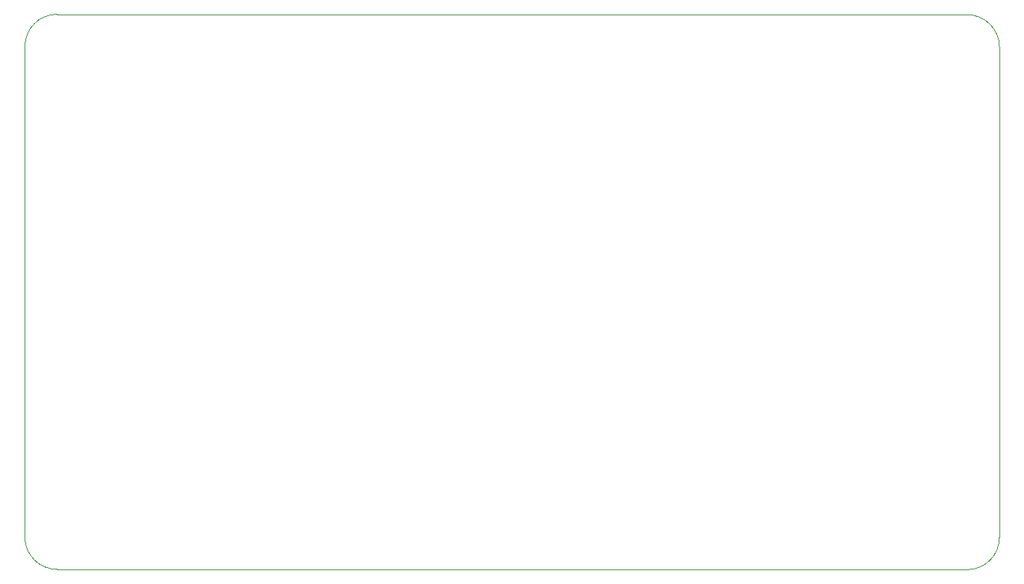
<source format=gm1>
G04 #@! TF.GenerationSoftware,KiCad,Pcbnew,5.1.12-84ad8e8a86~92~ubuntu20.04.1*
G04 #@! TF.CreationDate,2021-11-07T22:28:23+01:00*
G04 #@! TF.ProjectId,CC dimmer low voltage,43432064-696d-46d6-9572-206c6f772076,0.80*
G04 #@! TF.SameCoordinates,Original*
G04 #@! TF.FileFunction,Profile,NP*
%FSLAX46Y46*%
G04 Gerber Fmt 4.6, Leading zero omitted, Abs format (unit mm)*
G04 Created by KiCad (PCBNEW 5.1.12-84ad8e8a86~92~ubuntu20.04.1) date 2021-11-07 22:28:23*
%MOMM*%
%LPD*%
G01*
G04 APERTURE LIST*
G04 #@! TA.AperFunction,Profile*
%ADD10C,0.100000*%
G04 #@! TD*
G04 APERTURE END LIST*
D10*
X101532000Y-56015000D02*
X101526000Y-110238200D01*
X209019600Y-56082800D02*
X209022000Y-110275000D01*
X205463600Y-52526800D02*
X105088000Y-52476000D01*
X205466000Y-113831000D02*
X105082000Y-113794200D01*
X101532041Y-56015000D02*
G75*
G02*
X105088000Y-52476000I3555959J-17000D01*
G01*
X105082000Y-113794200D02*
G75*
G02*
X101526000Y-110238200I0J3556000D01*
G01*
X205463600Y-52526800D02*
G75*
G02*
X209019600Y-56082800I0J-3556000D01*
G01*
X209022000Y-110275000D02*
G75*
G02*
X205466000Y-113831000I-3556000J0D01*
G01*
M02*

</source>
